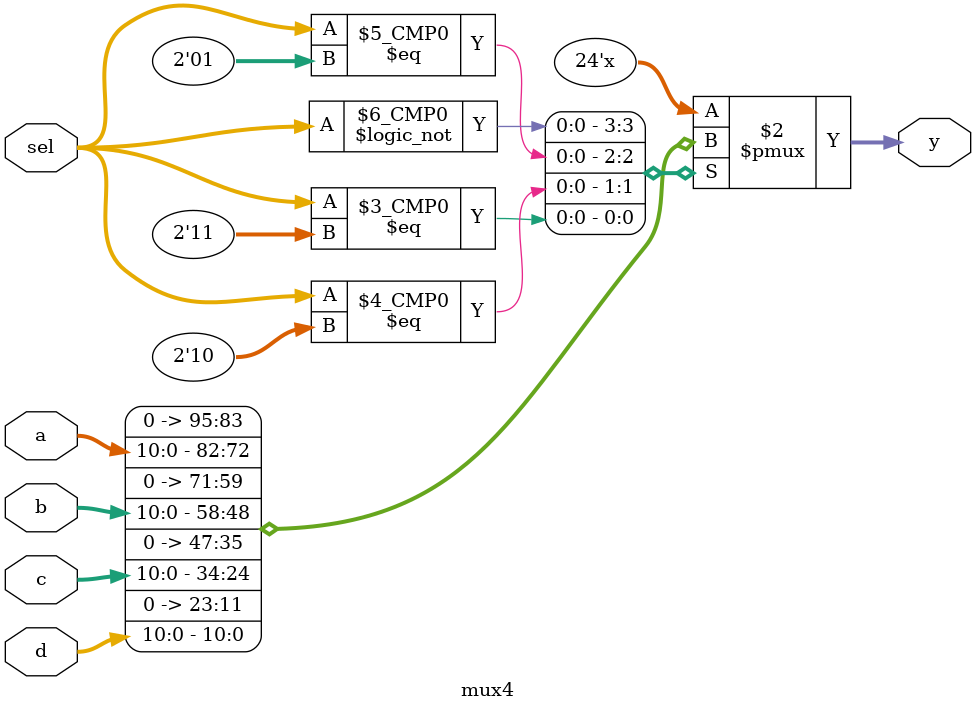
<source format=sv>
`timescale 1ns / 1ps


module mux4(input [10:0] a,b,c,d,
               input [1:0] sel, 
                   output reg [23:0] y );

always@(*)  begin                 
     case(sel)
     
     2'b00: y = {13'b0,a};
     2'b01: y ={13'b0,b};
     2'b10: y = {13'b0,c};
     2'b11: y = {13'b0,d};
     default: y=24'bx;
     endcase
  end
  
endmodule

</source>
